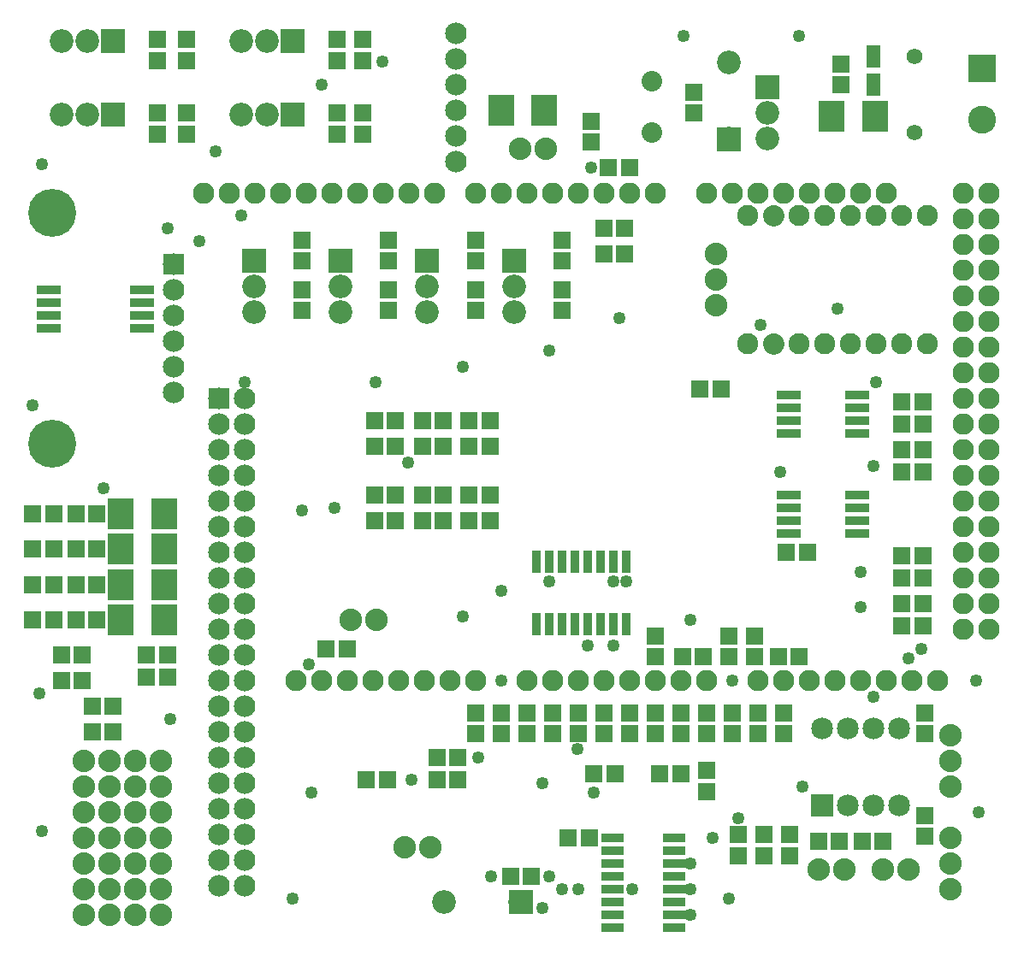
<source format=gts>
G04 MADE WITH FRITZING*
G04 WWW.FRITZING.ORG*
G04 DOUBLE SIDED*
G04 HOLES PLATED*
G04 CONTOUR ON CENTER OF CONTOUR VECTOR*
%ASAXBY*%
%FSLAX23Y23*%
%MOIN*%
%OFA0B0*%
%SFA1.0B1.0*%
%ADD10C,0.082472*%
%ADD11C,0.082445*%
%ADD12C,0.082417*%
%ADD13C,0.049370*%
%ADD14C,0.084000*%
%ADD15C,0.092000*%
%ADD16C,0.080000*%
%ADD17C,0.187165*%
%ADD18C,0.088000*%
%ADD19C,0.085000*%
%ADD20C,0.082917*%
%ADD21C,0.061496*%
%ADD22C,0.109055*%
%ADD23R,0.069055X0.065118*%
%ADD24R,0.065118X0.069055*%
%ADD25R,0.096614X0.033622*%
%ADD26R,0.100086X0.123708*%
%ADD27R,0.084000X0.084000*%
%ADD28R,0.036000X0.090000*%
%ADD29R,0.096900X0.034000*%
%ADD30R,0.092000X0.092000*%
%ADD31R,0.057244X0.088740*%
%ADD32R,0.090000X0.036000*%
%ADD33R,0.085000X0.085000*%
%ADD34R,0.109055X0.109055*%
%ADD35R,0.001000X0.001000*%
%LNMASK1*%
G90*
G70*
G54D10*
X2844Y2472D03*
X3544Y2972D03*
X3444Y2972D03*
X3344Y2972D03*
X3244Y2972D03*
X3144Y2972D03*
G54D11*
X3044Y2972D03*
G54D10*
X2844Y2972D03*
G54D11*
X3544Y2472D03*
G54D12*
X3444Y2472D03*
G54D11*
X3344Y2472D03*
G54D10*
X3244Y2472D03*
G54D11*
X3144Y2472D03*
G54D12*
X3044Y2472D03*
G54D13*
X2707Y547D03*
X2769Y309D03*
X3282Y1447D03*
X1882Y1509D03*
X2232Y3159D03*
X3519Y1284D03*
X82Y1109D03*
X2070Y396D03*
X1844Y397D03*
X2594Y3672D03*
X3044Y3672D03*
X1107Y1822D03*
X57Y2234D03*
X882Y2322D03*
X1069Y309D03*
G54D14*
X607Y2784D03*
X607Y2684D03*
X607Y2584D03*
X607Y2484D03*
X607Y2384D03*
X607Y2283D03*
G54D13*
X94Y572D03*
X94Y3172D03*
X1144Y722D03*
X2394Y347D03*
X2182Y347D03*
X2119Y347D03*
X2044Y272D03*
X2244Y722D03*
X2620Y246D03*
X2619Y347D03*
X2619Y447D03*
X2181Y894D03*
X3469Y1247D03*
X2807Y622D03*
X332Y1909D03*
X582Y2922D03*
X707Y2872D03*
X1232Y1834D03*
X3744Y647D03*
X3344Y2322D03*
X3282Y1584D03*
X2319Y1547D03*
X2619Y1397D03*
X1794Y859D03*
X1519Y2009D03*
X1132Y1222D03*
X2219Y1297D03*
X2069Y1547D03*
X2319Y1297D03*
X2369Y1547D03*
X1732Y1409D03*
X3732Y1159D03*
X869Y2972D03*
X2344Y2572D03*
G54D15*
X1957Y297D03*
X1659Y297D03*
G54D16*
X2469Y3497D03*
X2469Y3297D03*
G54D13*
X1532Y772D03*
G54D14*
X1707Y3684D03*
X1707Y3584D03*
X1707Y3484D03*
X1707Y3384D03*
X1707Y3284D03*
X1707Y3184D03*
X1707Y3684D03*
X1707Y3584D03*
X1707Y3484D03*
X1707Y3384D03*
X1707Y3284D03*
X1707Y3184D03*
G54D13*
X3057Y747D03*
G54D17*
X132Y2084D03*
X132Y2984D03*
G54D13*
X1732Y2384D03*
X2069Y2447D03*
X1394Y2322D03*
X769Y3222D03*
X1182Y3484D03*
X1419Y3572D03*
X3332Y1097D03*
X1882Y1159D03*
X594Y1009D03*
X2782Y1159D03*
X3194Y2609D03*
X2969Y1972D03*
X3332Y1997D03*
X2044Y759D03*
G54D18*
X557Y347D03*
X457Y347D03*
X357Y347D03*
X257Y347D03*
X557Y847D03*
X457Y847D03*
X357Y847D03*
X257Y847D03*
X257Y647D03*
X357Y647D03*
X457Y647D03*
X457Y447D03*
X257Y447D03*
X357Y447D03*
X557Y447D03*
X257Y247D03*
X357Y247D03*
X257Y747D03*
X357Y747D03*
X457Y747D03*
X557Y247D03*
X457Y547D03*
X557Y547D03*
X1397Y1397D03*
X1297Y1397D03*
X257Y547D03*
X357Y547D03*
X557Y747D03*
X457Y247D03*
X557Y647D03*
G54D13*
X2894Y2547D03*
G54D19*
X3132Y672D03*
X3132Y972D03*
X3232Y672D03*
X3232Y972D03*
X3332Y672D03*
X3332Y972D03*
X3432Y672D03*
X3432Y972D03*
G54D14*
X882Y2259D03*
X882Y2159D03*
X882Y2059D03*
X882Y1959D03*
X882Y1859D03*
X882Y1759D03*
X882Y1659D03*
X882Y1559D03*
X882Y1459D03*
X882Y1359D03*
X882Y1259D03*
X882Y1159D03*
X882Y1059D03*
X882Y959D03*
X882Y859D03*
X882Y759D03*
X882Y659D03*
X882Y559D03*
X882Y459D03*
X882Y359D03*
X782Y2259D03*
X782Y2159D03*
X782Y2059D03*
X782Y1959D03*
X782Y1859D03*
X782Y1759D03*
X782Y1659D03*
X782Y1559D03*
X782Y1459D03*
X782Y1359D03*
X782Y1259D03*
X782Y1159D03*
X782Y1059D03*
X782Y959D03*
X782Y859D03*
X782Y759D03*
X782Y659D03*
X782Y559D03*
X782Y459D03*
X782Y359D03*
G54D20*
X2982Y1159D03*
X1382Y1159D03*
X3082Y1159D03*
X3182Y1159D03*
X3282Y1159D03*
X3382Y1159D03*
X3682Y2559D03*
X3482Y1159D03*
X3582Y1159D03*
X1422Y3059D03*
X1982Y1159D03*
X2082Y1159D03*
X2182Y1159D03*
X2282Y1159D03*
X3682Y1759D03*
X2382Y1159D03*
X2482Y1159D03*
X2582Y1159D03*
X2682Y1159D03*
X2182Y3059D03*
X3682Y2959D03*
X3682Y2159D03*
X3682Y1359D03*
X1022Y3059D03*
X1782Y1159D03*
X1782Y3059D03*
X3682Y2759D03*
X3682Y2359D03*
X3682Y1959D03*
X3382Y3059D03*
X3682Y1559D03*
X3282Y3059D03*
X3182Y3059D03*
X3082Y3059D03*
X2982Y3059D03*
X2882Y3059D03*
X2782Y3059D03*
X2682Y3059D03*
X822Y3059D03*
X1222Y3059D03*
X1622Y3059D03*
X1182Y1159D03*
X1582Y1159D03*
X2382Y3059D03*
X1982Y3059D03*
X3682Y3059D03*
X3682Y2859D03*
X3682Y2659D03*
X3682Y2459D03*
X3682Y2259D03*
X3682Y2059D03*
X3682Y1859D03*
X3682Y1659D03*
X3682Y1459D03*
X722Y3059D03*
X922Y3059D03*
X1122Y3059D03*
X1322Y3059D03*
X1522Y3059D03*
X1082Y1159D03*
X1282Y1159D03*
X1482Y1159D03*
X1682Y1159D03*
X2482Y3059D03*
X2282Y3059D03*
X2082Y3059D03*
X1882Y3059D03*
X3782Y3059D03*
X3782Y2959D03*
X3782Y2859D03*
X3782Y2759D03*
X3782Y2659D03*
X3782Y2559D03*
X3782Y2459D03*
X3782Y2359D03*
X3782Y2259D03*
X3782Y2159D03*
X3782Y2059D03*
X3782Y1959D03*
X3782Y1859D03*
X3782Y1759D03*
X3782Y1659D03*
X3782Y1559D03*
X3782Y1459D03*
X3782Y1359D03*
X2882Y1159D03*
G54D15*
X1257Y2797D03*
X1257Y2697D03*
X1257Y2597D03*
X1932Y2797D03*
X1932Y2697D03*
X1932Y2597D03*
X1594Y2797D03*
X1594Y2697D03*
X1594Y2597D03*
X919Y2797D03*
X919Y2697D03*
X919Y2597D03*
G54D18*
X3632Y347D03*
X3632Y447D03*
X3632Y547D03*
X3632Y947D03*
X3632Y847D03*
X3632Y747D03*
X2057Y3234D03*
X1957Y3234D03*
X2719Y2822D03*
X2719Y2722D03*
X2719Y2622D03*
X3119Y422D03*
X3219Y422D03*
X1607Y509D03*
X1507Y509D03*
X3469Y422D03*
X3369Y422D03*
G54D15*
X2919Y3472D03*
X2919Y3372D03*
X2919Y3272D03*
X2769Y3272D03*
X2769Y3570D03*
G54D21*
X3494Y3297D03*
X3494Y3592D03*
X3494Y3297D03*
X3494Y3592D03*
G54D15*
X369Y3366D03*
X269Y3366D03*
X169Y3366D03*
X1069Y3653D03*
X969Y3653D03*
X869Y3653D03*
X369Y3653D03*
X269Y3653D03*
X169Y3653D03*
X1069Y3366D03*
X969Y3366D03*
X869Y3366D03*
G54D22*
X3757Y3547D03*
X3757Y3347D03*
G54D23*
X2232Y3259D03*
X2232Y3340D03*
G54D24*
X2301Y3159D03*
X2382Y3159D03*
G54D25*
X482Y2584D03*
X120Y2584D03*
X482Y2534D03*
X482Y2634D03*
X482Y2684D03*
X120Y2534D03*
X120Y2634D03*
X120Y2684D03*
G54D26*
X3169Y3359D03*
X3339Y3359D03*
X1882Y3384D03*
X2051Y3384D03*
G54D27*
X607Y2784D03*
G54D28*
X2019Y1380D03*
X2069Y1380D03*
X2119Y1380D03*
X2169Y1380D03*
X2219Y1380D03*
X2269Y1380D03*
X2319Y1380D03*
X2369Y1380D03*
X2369Y1622D03*
X2319Y1622D03*
X2269Y1622D03*
X2219Y1622D03*
X2169Y1622D03*
X2119Y1622D03*
X2069Y1622D03*
X2019Y1622D03*
G54D29*
X3269Y2122D03*
X3269Y2172D03*
X3269Y2222D03*
X3269Y2272D03*
X3004Y2272D03*
X3004Y2222D03*
X3004Y2172D03*
X3004Y2122D03*
X3269Y1734D03*
X3269Y1784D03*
X3269Y1834D03*
X3269Y1884D03*
X3004Y1884D03*
X3004Y1834D03*
X3004Y1784D03*
X3004Y1734D03*
G54D26*
X569Y1397D03*
X400Y1397D03*
X569Y1534D03*
X400Y1534D03*
X569Y1672D03*
X400Y1672D03*
X569Y1809D03*
X400Y1809D03*
G54D24*
X57Y1397D03*
X138Y1397D03*
X57Y1534D03*
X138Y1534D03*
X57Y1672D03*
X138Y1672D03*
X57Y1809D03*
X138Y1809D03*
X1575Y1784D03*
X1656Y1784D03*
X1575Y1884D03*
X1656Y1884D03*
X1575Y2072D03*
X1656Y2072D03*
X1575Y2172D03*
X1656Y2172D03*
X307Y1397D03*
X226Y1397D03*
X307Y1534D03*
X226Y1534D03*
X307Y1672D03*
X226Y1672D03*
X307Y1809D03*
X226Y1809D03*
X1388Y1784D03*
X1468Y1784D03*
X1388Y1884D03*
X1468Y1884D03*
X1388Y2072D03*
X1468Y2072D03*
X1388Y2172D03*
X1468Y2172D03*
G54D30*
X1958Y297D03*
G54D31*
X3332Y3483D03*
X3332Y3593D03*
G54D32*
X2557Y197D03*
X2557Y247D03*
X2557Y297D03*
X2557Y347D03*
X2557Y397D03*
X2557Y447D03*
X2557Y497D03*
X2557Y547D03*
X2315Y547D03*
X2315Y497D03*
X2315Y447D03*
X2315Y397D03*
X2315Y347D03*
X2315Y297D03*
X2315Y247D03*
X2315Y197D03*
G54D24*
X2144Y547D03*
X2225Y547D03*
X582Y1172D03*
X501Y1172D03*
X369Y1059D03*
X289Y1059D03*
X2282Y2922D03*
X2363Y2922D03*
G54D23*
X3207Y3565D03*
X3207Y3484D03*
X2632Y3452D03*
X2632Y3372D03*
G54D24*
X369Y959D03*
X289Y959D03*
X582Y1259D03*
X501Y1259D03*
X250Y1259D03*
X169Y1259D03*
G54D23*
X1344Y3291D03*
X1344Y3372D03*
X1244Y3578D03*
X1244Y3659D03*
X1344Y3578D03*
X1344Y3659D03*
X1244Y3291D03*
X1244Y3372D03*
X657Y3578D03*
X657Y3659D03*
X544Y3578D03*
X544Y3659D03*
X657Y3291D03*
X657Y3372D03*
X544Y3291D03*
X544Y3372D03*
G54D24*
X3525Y2247D03*
X3444Y2247D03*
X3525Y1972D03*
X3444Y1972D03*
X3525Y2059D03*
X3444Y2059D03*
X3525Y2159D03*
X3444Y2159D03*
X2657Y2297D03*
X2738Y2297D03*
X3525Y1372D03*
X3444Y1372D03*
X3525Y1459D03*
X3444Y1459D03*
X3525Y1559D03*
X3444Y1559D03*
X3525Y1647D03*
X3444Y1647D03*
G54D23*
X1107Y2603D03*
X1107Y2684D03*
X1444Y2603D03*
X1444Y2684D03*
X1782Y2603D03*
X1782Y2684D03*
X2119Y2603D03*
X2119Y2684D03*
X1107Y2877D03*
X1107Y2797D03*
X1444Y2877D03*
X1444Y2797D03*
X1782Y2877D03*
X1782Y2797D03*
X2119Y2877D03*
X2119Y2797D03*
G54D24*
X1757Y2072D03*
X1838Y2072D03*
X1838Y2172D03*
X1757Y2172D03*
X1713Y772D03*
X1632Y772D03*
X2325Y797D03*
X2244Y797D03*
X250Y1159D03*
X169Y1159D03*
X2994Y1659D03*
X3075Y1659D03*
G54D23*
X2769Y1334D03*
X2769Y1253D03*
X2082Y953D03*
X2082Y1034D03*
G54D24*
X1282Y1284D03*
X1201Y1284D03*
X2363Y2822D03*
X2282Y2822D03*
G54D23*
X1982Y953D03*
X1982Y1034D03*
G54D24*
X1713Y859D03*
X1632Y859D03*
G54D23*
X1782Y1034D03*
X1782Y953D03*
G54D24*
X3044Y1255D03*
X2964Y1255D03*
G54D23*
X2482Y1253D03*
X2482Y1334D03*
X3532Y953D03*
X3532Y1034D03*
G54D24*
X3289Y534D03*
X3369Y534D03*
X3200Y534D03*
X3119Y534D03*
G54D23*
X3532Y553D03*
X3532Y634D03*
X3007Y559D03*
X3007Y478D03*
X2682Y728D03*
X2682Y809D03*
G54D24*
X2501Y797D03*
X2582Y797D03*
G54D33*
X3132Y672D03*
G54D27*
X782Y2259D03*
G54D30*
X1257Y2797D03*
X1932Y2797D03*
X1594Y2797D03*
X919Y2797D03*
X2919Y3472D03*
X2769Y3271D03*
X369Y3366D03*
X1069Y3653D03*
X369Y3653D03*
X1069Y3366D03*
G54D34*
X3757Y3547D03*
G54D23*
X2882Y953D03*
X2882Y1034D03*
X2807Y478D03*
X2807Y559D03*
X2907Y478D03*
X2907Y559D03*
G54D24*
X1357Y772D03*
X1438Y772D03*
G54D23*
X1882Y953D03*
X1882Y1034D03*
X2182Y953D03*
X2182Y1034D03*
X2982Y953D03*
X2982Y1034D03*
X2682Y953D03*
X2682Y1034D03*
X2582Y953D03*
X2582Y1034D03*
X2782Y953D03*
X2782Y1034D03*
X2482Y953D03*
X2482Y1034D03*
X2282Y953D03*
X2282Y1034D03*
X2382Y953D03*
X2382Y1034D03*
G54D24*
X1757Y1784D03*
X1838Y1784D03*
X1838Y1884D03*
X1757Y1884D03*
X2669Y1255D03*
X2589Y1255D03*
G54D23*
X2869Y1253D03*
X2869Y1334D03*
G54D24*
X1919Y397D03*
X2000Y397D03*
G54D35*
X2939Y3013D02*
X2948Y3013D01*
X2934Y3012D02*
X2954Y3012D01*
X2931Y3011D02*
X2957Y3011D01*
X2928Y3010D02*
X2960Y3010D01*
X2926Y3009D02*
X2962Y3009D01*
X2924Y3008D02*
X2964Y3008D01*
X2922Y3007D02*
X2965Y3007D01*
X2921Y3006D02*
X2967Y3006D01*
X2920Y3005D02*
X2968Y3005D01*
X2918Y3004D02*
X2970Y3004D01*
X2917Y3003D02*
X2971Y3003D01*
X2916Y3002D02*
X2972Y3002D01*
X2915Y3001D02*
X2973Y3001D01*
X2914Y3000D02*
X2974Y3000D01*
X2913Y2999D02*
X2975Y2999D01*
X2912Y2998D02*
X2975Y2998D01*
X2912Y2997D02*
X2976Y2997D01*
X2911Y2996D02*
X2977Y2996D01*
X2910Y2995D02*
X2978Y2995D01*
X2910Y2994D02*
X2978Y2994D01*
X2909Y2993D02*
X2979Y2993D01*
X2908Y2992D02*
X2979Y2992D01*
X2908Y2991D02*
X2980Y2991D01*
X2907Y2990D02*
X2980Y2990D01*
X2907Y2989D02*
X2981Y2989D01*
X2906Y2988D02*
X2981Y2988D01*
X2906Y2987D02*
X2982Y2987D01*
X2906Y2986D02*
X2982Y2986D01*
X2905Y2985D02*
X2983Y2985D01*
X2905Y2984D02*
X2983Y2984D01*
X2905Y2983D02*
X2983Y2983D01*
X2904Y2982D02*
X2983Y2982D01*
X2904Y2981D02*
X2984Y2981D01*
X2904Y2980D02*
X2984Y2980D01*
X2904Y2979D02*
X2984Y2979D01*
X2904Y2978D02*
X2984Y2978D01*
X2904Y2977D02*
X2984Y2977D01*
X2903Y2976D02*
X2984Y2976D01*
X2903Y2975D02*
X2984Y2975D01*
X2903Y2974D02*
X2984Y2974D01*
X2903Y2973D02*
X2985Y2973D01*
X2903Y2972D02*
X2985Y2972D01*
X2903Y2971D02*
X2985Y2971D01*
X2903Y2970D02*
X2984Y2970D01*
X2903Y2969D02*
X2984Y2969D01*
X2903Y2968D02*
X2984Y2968D01*
X2904Y2967D02*
X2984Y2967D01*
X2904Y2966D02*
X2984Y2966D01*
X2904Y2965D02*
X2984Y2965D01*
X2904Y2964D02*
X2984Y2964D01*
X2904Y2963D02*
X2983Y2963D01*
X2905Y2962D02*
X2983Y2962D01*
X2905Y2961D02*
X2983Y2961D01*
X2905Y2960D02*
X2983Y2960D01*
X2905Y2959D02*
X2982Y2959D01*
X2906Y2958D02*
X2982Y2958D01*
X2906Y2957D02*
X2982Y2957D01*
X2906Y2956D02*
X2981Y2956D01*
X2907Y2955D02*
X2981Y2955D01*
X2907Y2954D02*
X2980Y2954D01*
X2908Y2953D02*
X2980Y2953D01*
X2908Y2952D02*
X2979Y2952D01*
X2909Y2951D02*
X2979Y2951D01*
X2910Y2950D02*
X2978Y2950D01*
X2910Y2949D02*
X2977Y2949D01*
X2911Y2948D02*
X2977Y2948D01*
X2912Y2947D02*
X2976Y2947D01*
X2913Y2946D02*
X2975Y2946D01*
X2913Y2945D02*
X2974Y2945D01*
X2914Y2944D02*
X2973Y2944D01*
X2915Y2943D02*
X2973Y2943D01*
X2916Y2942D02*
X2971Y2942D01*
X2917Y2941D02*
X2970Y2941D01*
X2919Y2940D02*
X2969Y2940D01*
X2920Y2939D02*
X2968Y2939D01*
X2921Y2938D02*
X2966Y2938D01*
X2923Y2937D02*
X2965Y2937D01*
X2925Y2936D02*
X2963Y2936D01*
X2927Y2935D02*
X2961Y2935D01*
X2929Y2934D02*
X2959Y2934D01*
X2932Y2933D02*
X2956Y2933D01*
X2935Y2932D02*
X2952Y2932D01*
X2943Y2931D02*
X2945Y2931D01*
X2939Y2513D02*
X2948Y2513D01*
X2934Y2512D02*
X2954Y2512D01*
X2931Y2511D02*
X2957Y2511D01*
X2928Y2510D02*
X2960Y2510D01*
X2926Y2509D02*
X2962Y2509D01*
X2924Y2508D02*
X2964Y2508D01*
X2923Y2507D02*
X2965Y2507D01*
X2921Y2506D02*
X2967Y2506D01*
X2920Y2505D02*
X2968Y2505D01*
X2918Y2504D02*
X2969Y2504D01*
X2917Y2503D02*
X2971Y2503D01*
X2916Y2502D02*
X2972Y2502D01*
X2915Y2501D02*
X2973Y2501D01*
X2914Y2500D02*
X2974Y2500D01*
X2913Y2499D02*
X2975Y2499D01*
X2912Y2498D02*
X2975Y2498D01*
X2912Y2497D02*
X2976Y2497D01*
X2911Y2496D02*
X2977Y2496D01*
X2910Y2495D02*
X2978Y2495D01*
X2910Y2494D02*
X2978Y2494D01*
X2909Y2493D02*
X2979Y2493D01*
X2908Y2492D02*
X2979Y2492D01*
X2908Y2491D02*
X2980Y2491D01*
X2907Y2490D02*
X2980Y2490D01*
X2907Y2489D02*
X2981Y2489D01*
X2906Y2488D02*
X2981Y2488D01*
X2906Y2487D02*
X2982Y2487D01*
X2906Y2486D02*
X2982Y2486D01*
X2905Y2485D02*
X2982Y2485D01*
X2905Y2484D02*
X2983Y2484D01*
X2905Y2483D02*
X2983Y2483D01*
X2904Y2482D02*
X2983Y2482D01*
X2904Y2481D02*
X2984Y2481D01*
X2904Y2480D02*
X2984Y2480D01*
X2904Y2479D02*
X2984Y2479D01*
X2904Y2478D02*
X2984Y2478D01*
X2904Y2477D02*
X2984Y2477D01*
X2903Y2476D02*
X2984Y2476D01*
X2903Y2475D02*
X2984Y2475D01*
X2903Y2474D02*
X2984Y2474D01*
X2903Y2473D02*
X2985Y2473D01*
X2903Y2472D02*
X2985Y2472D01*
X2903Y2471D02*
X2985Y2471D01*
X2903Y2470D02*
X2984Y2470D01*
X2903Y2469D02*
X2984Y2469D01*
X2903Y2468D02*
X2984Y2468D01*
X2904Y2467D02*
X2984Y2467D01*
X2904Y2466D02*
X2984Y2466D01*
X2904Y2465D02*
X2984Y2465D01*
X2904Y2464D02*
X2984Y2464D01*
X2904Y2463D02*
X2983Y2463D01*
X2905Y2462D02*
X2983Y2462D01*
X2905Y2461D02*
X2983Y2461D01*
X2905Y2460D02*
X2983Y2460D01*
X2905Y2459D02*
X2982Y2459D01*
X2906Y2458D02*
X2982Y2458D01*
X2906Y2457D02*
X2982Y2457D01*
X2906Y2456D02*
X2981Y2456D01*
X2907Y2455D02*
X2981Y2455D01*
X2907Y2454D02*
X2980Y2454D01*
X2908Y2453D02*
X2980Y2453D01*
X2909Y2452D02*
X2979Y2452D01*
X2909Y2451D02*
X2979Y2451D01*
X2910Y2450D02*
X2978Y2450D01*
X2910Y2449D02*
X2977Y2449D01*
X2911Y2448D02*
X2977Y2448D01*
X2912Y2447D02*
X2976Y2447D01*
X2913Y2446D02*
X2975Y2446D01*
X2913Y2445D02*
X2974Y2445D01*
X2914Y2444D02*
X2973Y2444D01*
X2915Y2443D02*
X2972Y2443D01*
X2916Y2442D02*
X2971Y2442D01*
X2917Y2441D02*
X2970Y2441D01*
X2919Y2440D02*
X2969Y2440D01*
X2920Y2439D02*
X2968Y2439D01*
X2921Y2438D02*
X2966Y2438D01*
X2923Y2437D02*
X2965Y2437D01*
X2925Y2436D02*
X2963Y2436D01*
X2927Y2435D02*
X2961Y2435D01*
X2929Y2434D02*
X2959Y2434D01*
X2932Y2433D02*
X2956Y2433D01*
X2935Y2432D02*
X2952Y2432D01*
X2943Y2431D02*
X2945Y2431D01*
D02*
G04 End of Mask1*
M02*
</source>
